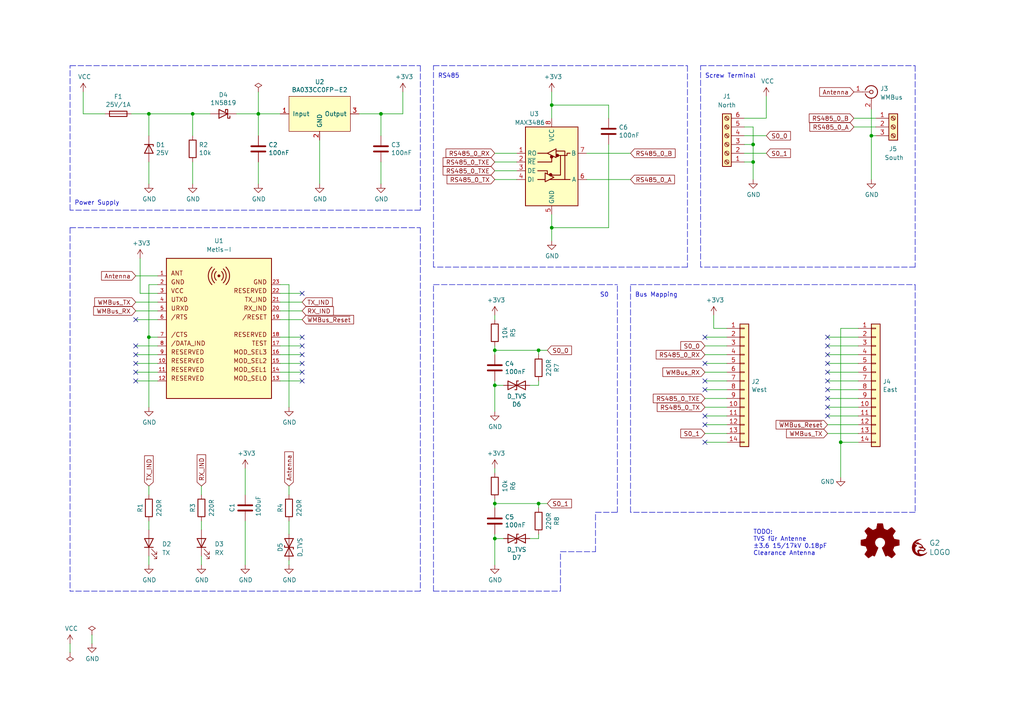
<source format=kicad_sch>
(kicad_sch (version 20211123) (generator eeschema)
  (paper "A4")
  (title_block (title "Inoa Satellite WMBus Module") (date "2023-12-08") (rev "2.0") (company "GrayC GmbH") (comment 1 "Fabian Schlegel") (comment 3 "2x S0, 1x RS485, 1x WMBus") (comment 4 "WMBus Metering Module for Satellite"))
  (lib_symbols
    (symbol "BA033CC0FP-E2:BA033CC0FP-E2" (pin_names (offset 1.016))
      (property "Reference" "U" (at 0 8.89 0))
      (property "Value" "BA033CC0FP-E2" (at 0 6.35 0))
      (symbol "BA033CC0FP-E2_1_1"
        (pin power_in line (at -11.43 0 0) (length 2.54) (name "Input") (number "1"))
        (pin power_in line (at 0 -7.62 90) (length 2.54) (name "GND") (number "2"))
        (pin power_out line (at 11.43 0 180) (length 2.54) (name "Output") (number "3"))
      )
    )
    (symbol "Connector:Conn_Coaxial" (pin_names (offset 1.016) hide)
      (property "Reference" "J" (at 0.254 3.048 0))
      (property "Value" "Conn_Coaxial" (at 2.921 0 90))
      (symbol "Conn_Coaxial_1_1"
        (pin passive line (at -5.08 0 0) (length 2.54) (name "In") (number "1"))
        (pin passive line (at 0 -5.08 90) (length 2.54) (name "Ext") (number "2"))
      )
    )
    (symbol "Connector:Screw_Terminal_01x03" (pin_names (offset 1.016) hide)
      (property "Reference" "J" (at 0 5.08 0))
      (property "Value" "Screw_Terminal_01x03" (at 0 -5.08 0))
      (symbol "Screw_Terminal_01x03_1_1"
        (pin passive line (at -5.08 2.54 0) (length 3.81) (name "Pin_1") (number "1"))
        (pin passive line (at -5.08 0 0) (length 3.81) (name "Pin_2") (number "2"))
        (pin passive line (at -5.08 -2.54 0) (length 3.81) (name "Pin_3") (number "3"))
      )
    )
    (symbol "Connector:Screw_Terminal_01x06" (pin_names (offset 1.016) hide)
      (property "Reference" "J" (at 0 7.62 0))
      (property "Value" "Screw_Terminal_01x06" (at 0 -10.16 0))
      (symbol "Screw_Terminal_01x06_1_1"
        (pin passive line (at -5.08 5.08 0) (length 3.81) (name "Pin_1") (number "1"))
        (pin passive line (at -5.08 2.54 0) (length 3.81) (name "Pin_2") (number "2"))
        (pin passive line (at -5.08 0 0) (length 3.81) (name "Pin_3") (number "3"))
        (pin passive line (at -5.08 -2.54 0) (length 3.81) (name "Pin_4") (number "4"))
        (pin passive line (at -5.08 -5.08 0) (length 3.81) (name "Pin_5") (number "5"))
        (pin passive line (at -5.08 -7.62 0) (length 3.81) (name "Pin_6") (number "6"))
      )
    )
    (symbol "Connector_Generic:Conn_01x14" (pin_names (offset 1.016) hide)
      (property "Reference" "J" (at 0 17.78 0))
      (property "Value" "Conn_01x14" (at 0 -20.32 0))
      (symbol "Conn_01x14_1_1"
        (pin passive line (at -5.08 15.24 0) (length 3.81) (name "Pin_1") (number "1"))
        (pin passive line (at -5.08 -7.62 0) (length 3.81) (name "Pin_10") (number "10"))
        (pin passive line (at -5.08 -10.16 0) (length 3.81) (name "Pin_11") (number "11"))
        (pin passive line (at -5.08 -12.7 0) (length 3.81) (name "Pin_12") (number "12"))
        (pin passive line (at -5.08 -15.24 0) (length 3.81) (name "Pin_13") (number "13"))
        (pin passive line (at -5.08 -17.78 0) (length 3.81) (name "Pin_14") (number "14"))
        (pin passive line (at -5.08 12.7 0) (length 3.81) (name "Pin_2") (number "2"))
        (pin passive line (at -5.08 10.16 0) (length 3.81) (name "Pin_3") (number "3"))
        (pin passive line (at -5.08 7.62 0) (length 3.81) (name "Pin_4") (number "4"))
        (pin passive line (at -5.08 5.08 0) (length 3.81) (name "Pin_5") (number "5"))
        (pin passive line (at -5.08 2.54 0) (length 3.81) (name "Pin_6") (number "6"))
        (pin passive line (at -5.08 0 0) (length 3.81) (name "Pin_7") (number "7"))
        (pin passive line (at -5.08 -2.54 0) (length 3.81) (name "Pin_8") (number "8"))
        (pin passive line (at -5.08 -5.08 0) (length 3.81) (name "Pin_9") (number "9"))
      )
    )
    (symbol "Device:C" (pin_numbers hide) (pin_names (offset 0.254))
      (property "Reference" "C" (at 0.635 2.54 0))
      (property "Value" "C" (at 0.635 -2.54 0))
      (symbol "C_1_1"
        (pin passive line (at 0 3.81 270) (length 2.794) (name "~") (number "1"))
        (pin passive line (at 0 -3.81 90) (length 2.794) (name "~") (number "2"))
      )
    )
    (symbol "Device:D_TVS" (pin_numbers hide) (pin_names (offset 1.016) hide)
      (property "Reference" "D" (at 0 2.54 0))
      (property "Value" "D_TVS" (at 0 -2.54 0))
      (symbol "D_TVS_1_1"
        (pin passive line (at -3.81 0 0) (length 2.54) (name "A1") (number "1"))
        (pin passive line (at 3.81 0 180) (length 2.54) (name "A2") (number "2"))
      )
    )
    (symbol "Device:D_Zener" (pin_numbers hide) (pin_names (offset 1.016) hide)
      (property "Reference" "D" (at 0 2.54 0))
      (property "Value" "D_Zener" (at 0 -2.54 0))
      (symbol "D_Zener_1_1"
        (pin passive line (at -3.81 0 0) (length 2.54) (name "K") (number "1"))
        (pin passive line (at 3.81 0 180) (length 2.54) (name "A") (number "2"))
      )
    )
    (symbol "Device:Fuse" (pin_numbers hide) (pin_names (offset 0))
      (property "Reference" "F" (at 2.032 0 90))
      (property "Value" "Fuse" (at -1.905 0 90))
      (symbol "Fuse_1_1"
        (pin passive line (at 0 3.81 270) (length 1.27) (name "~") (number "1"))
        (pin passive line (at 0 -3.81 90) (length 1.27) (name "~") (number "2"))
      )
    )
    (symbol "Device:LED" (pin_numbers hide) (pin_names (offset 1.016) hide)
      (property "Reference" "D" (at 0 2.54 0))
      (property "Value" "LED" (at 0 -2.54 0))
      (symbol "LED_1_1"
        (pin passive line (at -3.81 0 0) (length 2.54) (name "K") (number "1"))
        (pin passive line (at 3.81 0 180) (length 2.54) (name "A") (number "2"))
      )
    )
    (symbol "Device:R" (pin_numbers hide) (pin_names (offset 0))
      (property "Reference" "R" (at 2.032 0 90))
      (property "Value" "R" (at 0 0 90))
      (symbol "R_1_1"
        (pin passive line (at 0 3.81 270) (length 1.27) (name "~") (number "1"))
        (pin passive line (at 0 -3.81 90) (length 1.27) (name "~") (number "2"))
      )
    )
    (symbol "Diode:1N5819" (pin_numbers hide) (pin_names (offset 1.016) hide)
      (property "Reference" "D" (at 0 2.54 0))
      (property "Value" "1N5819" (at 0 -2.54 0))
      (symbol "1N5819_1_1"
        (pin passive line (at -3.81 0 0) (length 2.54) (name "K") (number "1"))
        (pin passive line (at 3.81 0 180) (length 2.54) (name "A") (number "2"))
      )
    )
    (symbol "Graphic:Logo_Open_Hardware_Small" (pin_names (offset 1.016)))
    (symbol "Interface_UART:MAX3486"
      (property "Reference" "U" (at -6.096 11.43 0))
      (property "Value" "MAX3486" (at 0.762 11.43 0))
      (symbol "MAX3486_1_1"
        (pin output line (at -10.16 2.54 0) (length 2.54) (name "RO") (number "1"))
        (pin input line (at -10.16 0 0) (length 2.54) (name "~{RE}") (number "2"))
        (pin input line (at -10.16 -2.54 0) (length 2.54) (name "DE") (number "3"))
        (pin input line (at -10.16 -5.08 0) (length 2.54) (name "DI") (number "4"))
        (pin power_in line (at 0 -15.24 90) (length 2.54) (name "GND") (number "5"))
        (pin bidirectional line (at 10.16 -5.08 180) (length 2.54) (name "A") (number "6"))
        (pin bidirectional line (at 10.16 2.54 180) (length 2.54) (name "B") (number "7"))
        (pin power_in line (at 0 12.7 270) (length 2.54) (name "VCC") (number "8"))
      )
    )
    (symbol "WIRL-WMB1_2607011113000:WIRL-WMB1_2607011113000" (pin_names (offset 1.016))
      (property "Reference" "MOD" (at 15.24 -22.86 0))
      (property "Value" "WIRL-WMB1_2607011113000" (at -15.24 22.86 0))
      (symbol "WIRL-WMB1_2607011113000_0_0"
        (text "/CTS" (at -13.97 -2.54 0) (effects (font (size 1.27 1.27)) (justify left bottom)))
        (text "/DATA_IND" (at -13.97 -5.08 0) (effects (font (size 1.27 1.27)) (justify left bottom)))
        (text "/RESET" (at 13.97 2.54 0) (effects (font (size 1.27 1.27)) (justify right bottom)))
        (text "/RTS" (at -13.97 2.54 0) (effects (font (size 1.27 1.27)) (justify left bottom)))
        (text "ANT" (at -13.97 15.24 0) (effects (font (size 1.27 1.27)) (justify left bottom)))
        (text "GND" (at -13.97 12.7 0) (effects (font (size 1.27 1.27)) (justify left bottom)))
        (text "GND" (at 13.97 12.7 0) (effects (font (size 1.27 1.27)) (justify right bottom)))
        (text "MOD_SEL0" (at 13.97 -15.24 0) (effects (font (size 1.27 1.27)) (justify right bottom)))
        (text "MOD_SEL1" (at 13.97 -12.7 0) (effects (font (size 1.27 1.27)) (justify right bottom)))
        (text "MOD_SEL2" (at 13.97 -10.16 0) (effects (font (size 1.27 1.27)) (justify right bottom)))
        (text "MOD_SEL3" (at 13.97 -7.62 0) (effects (font (size 1.27 1.27)) (justify right bottom)))
        (text "RESERVED" (at -13.97 -15.24 0) (effects (font (size 1.27 1.27)) (justify left bottom)))
        (text "RESERVED" (at -13.97 -12.7 0) (effects (font (size 1.27 1.27)) (justify left bottom)))
        (text "RESERVED" (at -13.97 -10.16 0) (effects (font (size 1.27 1.27)) (justify left bottom)))
        (text "RESERVED" (at -13.97 -7.62 0) (effects (font (size 1.27 1.27)) (justify left bottom)))
        (text "RESERVED" (at 13.97 -2.54 0) (effects (font (size 1.27 1.27)) (justify right bottom)))
        (text "RESERVED" (at 13.97 10.16 0) (effects (font (size 1.27 1.27)) (justify right bottom)))
        (text "RX_IND" (at 13.97 5.08 0) (effects (font (size 1.27 1.27)) (justify right bottom)))
        (text "TEST" (at 13.97 -5.08 0) (effects (font (size 1.27 1.27)) (justify right bottom)))
        (text "TX_IND" (at 13.97 7.62 0) (effects (font (size 1.27 1.27)) (justify right bottom)))
        (text "URXD" (at -13.97 5.08 0) (effects (font (size 1.27 1.27)) (justify left bottom)))
        (text "UTXD" (at -13.97 7.62 0) (effects (font (size 1.27 1.27)) (justify left bottom)))
        (text "VCC" (at -13.97 10.16 0) (effects (font (size 1.27 1.27)) (justify left bottom)))
        (pin passive line (at -17.78 15.24 0) (length 2.54) (name "~") (number "1"))
        (pin passive line (at -17.78 -10.16 0) (length 2.54) (name "~") (number "10"))
        (pin passive line (at -17.78 -12.7 0) (length 2.54) (name "~") (number "11"))
        (pin passive line (at -17.78 -15.24 0) (length 2.54) (name "~") (number "12"))
        (pin input line (at 17.78 -15.24 180) (length 2.54) (name "~") (number "13"))
        (pin input line (at 17.78 -12.7 180) (length 2.54) (name "~") (number "14"))
        (pin input line (at 17.78 -10.16 180) (length 2.54) (name "~") (number "15"))
        (pin input line (at 17.78 -7.62 180) (length 2.54) (name "~") (number "16"))
        (pin passive line (at 17.78 -5.08 180) (length 2.54) (name "~") (number "17"))
        (pin passive line (at 17.78 -2.54 180) (length 2.54) (name "~") (number "18"))
        (pin input line (at 17.78 2.54 180) (length 2.54) (name "~") (number "19"))
        (pin passive line (at -17.78 12.7 0) (length 2.54) (name "~") (number "2"))
        (pin output line (at 17.78 5.08 180) (length 2.54) (name "~") (number "20"))
        (pin output line (at 17.78 7.62 180) (length 2.54) (name "~") (number "21"))
        (pin passive line (at 17.78 10.16 180) (length 2.54) (name "~") (number "22"))
        (pin passive line (at 17.78 12.7 180) (length 2.54) (name "~") (number "23"))
        (pin passive line (at -17.78 10.16 0) (length 2.54) (name "~") (number "3"))
        (pin output line (at -17.78 7.62 0) (length 2.54) (name "~") (number "4"))
        (pin input line (at -17.78 5.08 0) (length 2.54) (name "~") (number "5"))
        (pin output line (at -17.78 2.54 0) (length 2.54) (name "~") (number "6"))
        (pin input line (at -17.78 -2.54 0) (length 2.54) (name "~") (number "7"))
        (pin output line (at -17.78 -5.08 0) (length 2.54) (name "~") (number "8"))
        (pin passive line (at -17.78 -7.62 0) (length 2.54) (name "~") (number "9"))
      )
    )
    (symbol "grayc-logo-negative:LOGO" (pin_names (offset 1.016)))
    (symbol "power:+3V3" (power) (pin_names (offset 0))
      (property "Value" "+3V3" (at 0 3.556 0))
      (symbol "+3V3_1_1"
        (pin power_in line (at 0 0 90) (length 0) hide (name "+3V3") (number "1"))
      )
    )
    (symbol "power:GND" (power) (pin_names (offset 0))
      (property "Value" "GND" (at 0 -3.81 0))
      (symbol "GND_1_1"
        (pin power_in line (at 0 0 270) (length 0) hide (name "GND") (number "1"))
      )
    )
    (symbol "power:PWR_FLAG" (power) (pin_numbers hide) (pin_names (offset 0) hide)
      (property "Value" "PWR_FLAG" (at 0 3.81 0))
      (symbol "PWR_FLAG_0_0"
        (pin power_out line (at 0 0 90) (length 0) (name "pwr") (number "1"))
      )
    )
    (symbol "power:VCC" (power) (pin_names (offset 0))
      (property "Value" "VCC" (at 0 3.81 0))
      (symbol "VCC_1_1"
        (pin power_in line (at 0 0 90) (length 0) hide (name "VCC") (number "1"))
      )
    )
  )
  (junction (at 243.84 128.27))
  (junction (at 143.51 101.6))
  (junction (at 110.49 33.02))
  (junction (at 55.88 33.02))
  (junction (at 156.21 101.6))
  (junction (at 43.18 97.79))
  (junction (at 160.02 66.04))
  (junction (at 143.51 156.21))
  (junction (at 143.51 146.05))
  (junction (at 218.44 41.91))
  (junction (at 252.73 39.37))
  (junction (at 218.44 46.99))
  (junction (at 156.21 146.05))
  (junction (at 43.18 33.02))
  (junction (at 74.93 33.02))
  (junction (at 143.51 111.76))
  (junction (at 160.02 30.48))
  (no_connect (at 204.47 110.49))
  (no_connect (at 240.03 110.49))
  (no_connect (at 204.47 113.03))
  (no_connect (at 39.37 100.33))
  (no_connect (at 39.37 92.71))
  (no_connect (at 240.03 100.33))
  (no_connect (at 240.03 107.95))
  (no_connect (at 204.47 105.41))
  (no_connect (at 240.03 102.87))
  (no_connect (at 240.03 105.41))
  (no_connect (at 240.03 118.11))
  (no_connect (at 204.47 120.65))
  (no_connect (at 204.47 128.27))
  (no_connect (at 204.47 123.19))
  (no_connect (at 240.03 120.65))
  (no_connect (at 240.03 115.57))
  (no_connect (at 204.47 97.79))
  (no_connect (at 87.63 85.09))
  (no_connect (at 87.63 97.79))
  (no_connect (at 39.37 107.95))
  (no_connect (at 39.37 110.49))
  (no_connect (at 87.63 105.41))
  (no_connect (at 87.63 107.95))
  (no_connect (at 87.63 110.49))
  (no_connect (at 87.63 100.33))
  (no_connect (at 87.63 102.87))
  (no_connect (at 39.37 102.87))
  (no_connect (at 39.37 105.41))
  (no_connect (at 240.03 97.79))
  (no_connect (at 240.03 113.03))
  (wire (pts (xy 240.03 123.19) (xy 248.92 123.19)))
  (polyline (pts (xy 182.88 148.59) (xy 182.88 82.55)))
  (wire (pts (xy 143.51 100.33) (xy 143.51 101.6)))
  (polyline (pts (xy 265.43 148.59) (xy 182.88 148.59)))
  (wire (pts (xy 215.9 36.83) (xy 218.44 36.83)))
  (wire (pts (xy 252.73 31.75) (xy 252.73 39.37)))
  (wire (pts (xy 240.03 125.73) (xy 248.92 125.73)))
  (wire (pts (xy 43.18 140.97) (xy 43.18 143.51)))
  (wire (pts (xy 143.51 49.53) (xy 149.86 49.53)))
  (wire (pts (xy 243.84 95.25) (xy 243.84 128.27)))
  (wire (pts (xy 24.13 33.02) (xy 30.48 33.02)))
  (wire (pts (xy 240.03 118.11) (xy 248.92 118.11)))
  (wire (pts (xy 143.51 135.89) (xy 143.51 137.16)))
  (wire (pts (xy 39.37 90.17) (xy 45.72 90.17)))
  (wire (pts (xy 215.9 44.45) (xy 222.25 44.45)))
  (polyline (pts (xy 125.73 82.55) (xy 179.07 82.55)))
  (polyline (pts (xy 172.72 148.59) (xy 179.07 148.59)))
  (polyline (pts (xy 162.56 160.02) (xy 172.72 160.02)))
  (wire (pts (xy 143.51 101.6) (xy 156.21 101.6)))
  (wire (pts (xy 176.53 66.04) (xy 176.53 41.91)))
  (wire (pts (xy 39.37 105.41) (xy 45.72 105.41)))
  (wire (pts (xy 240.03 100.33) (xy 248.92 100.33)))
  (wire (pts (xy 254 36.83) (xy 247.65 36.83)))
  (wire (pts (xy 81.28 87.63) (xy 87.63 87.63)))
  (wire (pts (xy 20.32 186.69) (xy 20.32 189.23)))
  (wire (pts (xy 240.03 102.87) (xy 248.92 102.87)))
  (wire (pts (xy 110.49 46.99) (xy 110.49 53.34)))
  (wire (pts (xy 204.47 125.73) (xy 210.82 125.73)))
  (wire (pts (xy 81.28 97.79) (xy 87.63 97.79)))
  (wire (pts (xy 215.9 41.91) (xy 218.44 41.91)))
  (polyline (pts (xy 125.73 19.05) (xy 199.39 19.05)))
  (wire (pts (xy 176.53 34.29) (xy 176.53 30.48)))
  (wire (pts (xy 74.93 33.02) (xy 81.28 33.02)))
  (wire (pts (xy 170.18 44.45) (xy 182.88 44.45)))
  (wire (pts (xy 156.21 147.32) (xy 156.21 146.05)))
  (wire (pts (xy 143.51 111.76) (xy 146.05 111.76)))
  (polyline (pts (xy 265.43 19.05) (xy 265.43 77.47)))
  (wire (pts (xy 81.28 90.17) (xy 87.63 90.17)))
  (wire (pts (xy 43.18 97.79) (xy 45.72 97.79)))
  (polyline (pts (xy 172.72 160.02) (xy 172.72 148.59)))
  (wire (pts (xy 71.12 135.89) (xy 71.12 143.51)))
  (wire (pts (xy 74.93 26.67) (xy 74.93 33.02)))
  (polyline (pts (xy 125.73 171.45) (xy 162.56 171.45)))
  (wire (pts (xy 143.51 52.07) (xy 149.86 52.07)))
  (wire (pts (xy 55.88 33.02) (xy 60.96 33.02)))
  (wire (pts (xy 55.88 39.37) (xy 55.88 33.02)))
  (polyline (pts (xy 162.56 171.45) (xy 162.56 160.02)))
  (wire (pts (xy 83.82 151.13) (xy 83.82 154.94)))
  (wire (pts (xy 240.03 113.03) (xy 248.92 113.03)))
  (wire (pts (xy 43.18 33.02) (xy 55.88 33.02)))
  (wire (pts (xy 176.53 30.48) (xy 160.02 30.48)))
  (wire (pts (xy 143.51 154.94) (xy 143.51 156.21)))
  (wire (pts (xy 149.86 46.99) (xy 143.51 46.99)))
  (polyline (pts (xy 265.43 77.47) (xy 203.2 77.47)))
  (polyline (pts (xy 182.88 82.55) (xy 265.43 82.55)))
  (wire (pts (xy 81.28 100.33) (xy 87.63 100.33)))
  (wire (pts (xy 74.93 46.99) (xy 74.93 53.34)))
  (wire (pts (xy 43.18 46.99) (xy 43.18 53.34)))
  (wire (pts (xy 26.67 184.15) (xy 26.67 186.69)))
  (wire (pts (xy 143.51 110.49) (xy 143.51 111.76)))
  (polyline (pts (xy 203.2 19.05) (xy 265.43 19.05)))
  (polyline (pts (xy 20.32 19.05) (xy 121.92 19.05)))
  (wire (pts (xy 240.03 107.95) (xy 248.92 107.95)))
  (wire (pts (xy 218.44 46.99) (xy 218.44 52.07)))
  (wire (pts (xy 38.1 33.02) (xy 43.18 33.02)))
  (wire (pts (xy 160.02 66.04) (xy 176.53 66.04)))
  (wire (pts (xy 204.47 97.79) (xy 210.82 97.79)))
  (wire (pts (xy 92.71 53.34) (xy 92.71 40.64)))
  (wire (pts (xy 204.47 102.87) (xy 210.82 102.87)))
  (wire (pts (xy 243.84 128.27) (xy 248.92 128.27)))
  (wire (pts (xy 182.88 52.07) (xy 170.18 52.07)))
  (wire (pts (xy 143.51 163.83) (xy 143.51 156.21)))
  (wire (pts (xy 218.44 36.83) (xy 218.44 41.91)))
  (polyline (pts (xy 125.73 171.45) (xy 125.73 82.55)))
  (wire (pts (xy 243.84 128.27) (xy 243.84 138.43)))
  (polyline (pts (xy 203.2 77.47) (xy 203.2 19.05)))
  (polyline (pts (xy 265.43 82.55) (xy 265.43 148.59)))
  (wire (pts (xy 81.28 110.49) (xy 87.63 110.49)))
  (wire (pts (xy 143.51 144.78) (xy 143.51 146.05)))
  (wire (pts (xy 39.37 110.49) (xy 45.72 110.49)))
  (wire (pts (xy 39.37 100.33) (xy 45.72 100.33)))
  (wire (pts (xy 39.37 80.01) (xy 45.72 80.01)))
  (wire (pts (xy 39.37 92.71) (xy 45.72 92.71)))
  (wire (pts (xy 218.44 41.91) (xy 218.44 46.99)))
  (wire (pts (xy 143.51 44.45) (xy 149.86 44.45)))
  (wire (pts (xy 204.47 118.11) (xy 210.82 118.11)))
  (wire (pts (xy 143.51 146.05) (xy 156.21 146.05)))
  (wire (pts (xy 156.21 146.05) (xy 158.75 146.05)))
  (polyline (pts (xy 125.73 77.47) (xy 125.73 19.05)))
  (wire (pts (xy 204.47 120.65) (xy 210.82 120.65)))
  (wire (pts (xy 156.21 101.6) (xy 158.75 101.6)))
  (wire (pts (xy 204.47 123.19) (xy 210.82 123.19)))
  (polyline (pts (xy 121.92 19.05) (xy 121.92 60.96)))
  (polyline (pts (xy 121.92 60.96) (xy 20.32 60.96)))
  (wire (pts (xy 160.02 26.67) (xy 160.02 30.48)))
  (wire (pts (xy 104.14 33.02) (xy 110.49 33.02)))
  (polyline (pts (xy 199.39 77.47) (xy 125.73 77.47)))
  (wire (pts (xy 143.51 156.21) (xy 146.05 156.21)))
  (wire (pts (xy 143.51 101.6) (xy 143.51 102.87)))
  (wire (pts (xy 43.18 82.55) (xy 43.18 97.79)))
  (wire (pts (xy 156.21 111.76) (xy 153.67 111.76)))
  (wire (pts (xy 207.01 91.44) (xy 207.01 95.25)))
  (wire (pts (xy 243.84 95.25) (xy 248.92 95.25)))
  (wire (pts (xy 40.64 74.93) (xy 40.64 85.09)))
  (wire (pts (xy 81.28 107.95) (xy 87.63 107.95)))
  (wire (pts (xy 43.18 97.79) (xy 43.18 118.11)))
  (wire (pts (xy 24.13 26.67) (xy 24.13 33.02)))
  (wire (pts (xy 222.25 27.94) (xy 222.25 34.29)))
  (wire (pts (xy 156.21 156.21) (xy 156.21 154.94)))
  (wire (pts (xy 74.93 39.37) (xy 74.93 33.02)))
  (wire (pts (xy 143.51 119.38) (xy 143.51 111.76)))
  (wire (pts (xy 204.47 115.57) (xy 210.82 115.57)))
  (polyline (pts (xy 20.32 66.04) (xy 20.32 171.45)))
  (wire (pts (xy 240.03 97.79) (xy 248.92 97.79)))
  (polyline (pts (xy 199.39 19.05) (xy 199.39 77.47)))
  (wire (pts (xy 83.82 140.97) (xy 83.82 143.51)))
  (wire (pts (xy 240.03 110.49) (xy 248.92 110.49)))
  (wire (pts (xy 81.28 102.87) (xy 87.63 102.87)))
  (wire (pts (xy 116.84 33.02) (xy 116.84 26.67)))
  (wire (pts (xy 240.03 120.65) (xy 248.92 120.65)))
  (wire (pts (xy 43.18 161.29) (xy 43.18 163.83)))
  (wire (pts (xy 204.47 113.03) (xy 210.82 113.03)))
  (wire (pts (xy 160.02 66.04) (xy 160.02 69.85)))
  (wire (pts (xy 83.82 82.55) (xy 83.82 118.11)))
  (wire (pts (xy 40.64 85.09) (xy 45.72 85.09)))
  (polyline (pts (xy 179.07 148.59) (xy 179.07 82.55)))
  (polyline (pts (xy 20.32 60.96) (xy 20.32 19.05)))
  (wire (pts (xy 240.03 115.57) (xy 248.92 115.57)))
  (wire (pts (xy 207.01 95.25) (xy 210.82 95.25)))
  (wire (pts (xy 43.18 39.37) (xy 43.18 33.02)))
  (wire (pts (xy 215.9 46.99) (xy 218.44 46.99)))
  (wire (pts (xy 45.72 82.55) (xy 43.18 82.55)))
  (wire (pts (xy 156.21 110.49) (xy 156.21 111.76)))
  (wire (pts (xy 81.28 105.41) (xy 87.63 105.41)))
  (wire (pts (xy 39.37 102.87) (xy 45.72 102.87)))
  (wire (pts (xy 55.88 53.34) (xy 55.88 46.99)))
  (wire (pts (xy 58.42 140.97) (xy 58.42 143.51)))
  (wire (pts (xy 160.02 30.48) (xy 160.02 34.29)))
  (wire (pts (xy 252.73 39.37) (xy 252.73 52.07)))
  (wire (pts (xy 43.18 151.13) (xy 43.18 153.67)))
  (wire (pts (xy 204.47 128.27) (xy 210.82 128.27)))
  (wire (pts (xy 68.58 33.02) (xy 74.93 33.02)))
  (wire (pts (xy 143.51 146.05) (xy 143.51 147.32)))
  (wire (pts (xy 110.49 33.02) (xy 116.84 33.02)))
  (wire (pts (xy 81.28 85.09) (xy 87.63 85.09)))
  (polyline (pts (xy 20.32 66.04) (xy 121.92 66.04)))
  (wire (pts (xy 71.12 151.13) (xy 71.12 163.83)))
  (wire (pts (xy 204.47 110.49) (xy 210.82 110.49)))
  (wire (pts (xy 143.51 91.44) (xy 143.51 92.71)))
  (wire (pts (xy 110.49 33.02) (xy 110.49 39.37)))
  (wire (pts (xy 39.37 107.95) (xy 45.72 107.95)))
  (wire (pts (xy 240.03 105.41) (xy 248.92 105.41)))
  (wire (pts (xy 252.73 39.37) (xy 254 39.37)))
  (wire (pts (xy 215.9 39.37) (xy 222.25 39.37)))
  (wire (pts (xy 247.65 34.29) (xy 254 34.29)))
  (wire (pts (xy 215.9 34.29) (xy 222.25 34.29)))
  (wire (pts (xy 204.47 107.95) (xy 210.82 107.95)))
  (wire (pts (xy 58.42 161.29) (xy 58.42 163.83)))
  (wire (pts (xy 204.47 105.41) (xy 210.82 105.41)))
  (wire (pts (xy 153.67 156.21) (xy 156.21 156.21)))
  (wire (pts (xy 81.28 82.55) (xy 83.82 82.55)))
  (wire (pts (xy 83.82 162.56) (xy 83.82 163.83)))
  (wire (pts (xy 39.37 87.63) (xy 45.72 87.63)))
  (polyline (pts (xy 121.92 66.04) (xy 121.92 171.45)))
  (wire (pts (xy 204.47 100.33) (xy 210.82 100.33)))
  (wire (pts (xy 58.42 151.13) (xy 58.42 153.67)))
  (polyline (pts (xy 121.92 171.45) (xy 20.32 171.45)))
  (wire (pts (xy 81.28 92.71) (xy 87.63 92.71)))
  (wire (pts (xy 160.02 62.23) (xy 160.02 66.04)))
  (wire (pts (xy 156.21 102.87) (xy 156.21 101.6)))
  (text "TODO:\nTVS für Antenne\n±3.6 15/17kV 0.18pF\nClearance Antenna" (at 218.44 161.29 0) (effects (font (size 1.27 1.27)) (justify left bottom)))
  (text "Bus Mapping" (at 184.15 86.36 0) (effects (font (size 1.27 1.27)) (justify left bottom)))
  (text "S0" (at 173.99 86.36 0) (effects (font (size 1.27 1.27)) (justify left bottom)))
  (text "RS485" (at 127 22.86 0) (effects (font (size 1.27 1.27)) (justify left bottom)))
  (text "Power Supply" (at 21.59 59.69 0) (effects (font (size 1.27 1.27)) (justify left bottom)))
  (text "Screw Terminal" (at 204.47 22.86 0) (effects (font (size 1.27 1.27)) (justify left bottom)))
  (global_label "RS485_0_RX" (shape input) (at 204.47 102.87 180) (property "Intersheet References" "${INTERSHEET_REFS}" (effects hide)))
  (global_label "RS485_0_A" (shape input) (at 182.88 52.07 0) (property "Intersheet References" "${INTERSHEET_REFS}" (effects hide)))
  (global_label "RS485_0_TXE" (shape input) (at 204.47 115.57 180) (property "Intersheet References" "${INTERSHEET_REFS}" (effects hide)))
  (global_label "S0_0" (shape input) (at 204.47 100.33 180) (property "Intersheet References" "${INTERSHEET_REFS}" (effects hide)))
  (global_label "TX_IND" (shape input) (at 87.63 87.63 0) (property "Intersheet References" "${INTERSHEET_REFS}" (effects hide)))
  (global_label "S0_1" (shape input) (at 204.47 125.73 180) (property "Intersheet References" "${INTERSHEET_REFS}" (effects hide)))
  (global_label "RS485_0_B" (shape input) (at 247.65 34.29 180) (property "Intersheet References" "${INTERSHEET_REFS}" (effects hide)))
  (global_label "Antenna" (shape input) (at 39.37 80.01 180) (property "Intersheet References" "${INTERSHEET_REFS}" (effects hide)))
  (global_label "WMBus_RX" (shape input) (at 39.37 90.17 180) (property "Intersheet References" "${INTERSHEET_REFS}" (effects hide)))
  (global_label "RS485_0_RX" (shape input) (at 143.51 44.45 180) (property "Intersheet References" "${INTERSHEET_REFS}" (effects hide)))
  (global_label "RS485_0_B" (shape input) (at 182.88 44.45 0) (property "Intersheet References" "${INTERSHEET_REFS}" (effects hide)))
  (global_label "WMBus_RX" (shape input) (at 204.47 107.95 180) (property "Intersheet References" "${INTERSHEET_REFS}" (effects hide)))
  (global_label "WMBus_TX" (shape input) (at 39.37 87.63 180) (property "Intersheet References" "${INTERSHEET_REFS}" (effects hide)))
  (global_label "RS485_0_TX" (shape input) (at 143.51 52.07 180) (property "Intersheet References" "${INTERSHEET_REFS}" (effects hide)))
  (global_label "RS485_0_TXE" (shape input) (at 143.51 46.99 180) (property "Intersheet References" "${INTERSHEET_REFS}" (effects hide)))
  (global_label "Antenna" (shape input) (at 83.82 140.97 90) (property "Intersheet References" "${INTERSHEET_REFS}" (effects hide)))
  (global_label "S0_0" (shape input) (at 222.25 39.37 0) (property "Intersheet References" "${INTERSHEET_REFS}" (effects hide)))
  (global_label "~{WMBus_Reset}" (shape input) (at 87.63 92.71 0) (property "Intersheet References" "${INTERSHEET_REFS}" (effects hide)))
  (global_label "~{WMBus_Reset}" (shape input) (at 240.03 123.19 180) (property "Intersheet References" "${INTERSHEET_REFS}" (effects hide)))
  (global_label "RS485_0_TX" (shape input) (at 204.47 118.11 180) (property "Intersheet References" "${INTERSHEET_REFS}" (effects hide)))
  (global_label "S0_1" (shape input) (at 222.25 44.45 0) (property "Intersheet References" "${INTERSHEET_REFS}" (effects hide)))
  (global_label "S0_0" (shape input) (at 158.75 101.6 0) (property "Intersheet References" "${INTERSHEET_REFS}" (effects hide)))
  (global_label "RS485_0_TXE" (shape input) (at 143.51 49.53 180) (property "Intersheet References" "${INTERSHEET_REFS}" (effects hide)))
  (global_label "Antenna" (shape input) (at 247.65 26.67 180) (property "Intersheet References" "${INTERSHEET_REFS}" (effects hide)))
  (global_label "TX_IND" (shape input) (at 43.18 140.97 90) (property "Intersheet References" "${INTERSHEET_REFS}" (effects hide)))
  (global_label "RX_IND" (shape input) (at 58.42 140.97 90) (property "Intersheet References" "${INTERSHEET_REFS}" (effects hide)))
  (global_label "RX_IND" (shape input) (at 87.63 90.17 0) (property "Intersheet References" "${INTERSHEET_REFS}" (effects hide)))
  (global_label "RS485_0_A" (shape input) (at 247.65 36.83 180) (property "Intersheet References" "${INTERSHEET_REFS}" (effects hide)))
  (global_label "S0_1" (shape input) (at 158.75 146.05 0) (property "Intersheet References" "${INTERSHEET_REFS}" (effects hide)))
  (global_label "WMBus_TX" (shape input) (at 240.03 125.73 180) (property "Intersheet References" "${INTERSHEET_REFS}" (effects hide)))
  (symbol (lib_id "Connector_Generic:Conn_01x14") (at 254 110.49 0) (unit 1)
    (property "Reference" "J4" (at 256.032 110.6932 0) (effects (justify left)))
    (property "Value" "East" (at 256.032 113.0046 0) (effects (justify left)))
    (property "Footprint" "Connector_PinHeader_2.54mm:PinHeader_1x14_P2.54mm_Vertical" (effects hide))
    (property "Price" "0.45" (effects hide))
    (property "Product" "https://www.mouser.de/ProductDetail/Harwin/M20-9991446" (effects hide))
    (property "manf#" "M20-9991446" (effects hide))
    (property "mouser#" "855-M20-9991446" (effects hide))
  )
  (symbol (lib_id "power:GND") (at 43.18 53.34 0) (unit 1)
    (property "Reference" "#PWR05" (effects hide))
    (property "Value" "GND" (at 43.307 57.7342 0))
  )
  (symbol (lib_id "Device:Fuse") (at 34.29 33.02 270) (unit 1)
    (property "Reference" "F1" (at 34.29 28.0162 90))
    (property "Value" "25V/1A" (at 34.29 30.3276 90))
    (property "Footprint" "Fuse:Fuse_1206_3216Metric_Pad1.42x1.75mm_HandSolder" (effects hide))
    (property "Price" "0.93" (effects hide))
    (property "Product" "https://www.mouser.de/ProductDetail/Bourns/SF-1206HIA100M-2" (effects hide))
    (property "manf#" "TR/3216FF1-R" (effects hide))
    (property "mouser#" "504-TR/3216FF1-R" (effects hide))
  )
  (symbol (lib_id "Device:C") (at 71.12 147.32 0) (unit 1)
    (property "Reference" "C1" (at 67.31 148.59 90) (effects (justify left)))
    (property "Value" "100uF" (at 74.93 149.86 90) (effects (justify left)))
    (property "Footprint" "Capacitor_SMD:C_1206_3216Metric_Pad1.33x1.80mm_HandSolder" (effects hide))
  )
  (symbol (lib_id "Interface_UART:MAX3486") (at 160.02 46.99 0) (unit 1)
    (property "Reference" "U3" (at 154.94 33.02 0))
    (property "Value" "MAX3486" (at 153.67 35.56 0))
    (property "Footprint" "Package_SO:SOIC-8_3.9x4.9mm_P1.27mm" (effects hide))
    (property "Datasheet" "https://datasheets.maximintegrated.com/en/ds/MAX3483-MAX3491.pdf" (effects hide))
    (property "Price" "3.71" (effects hide))
    (property "Product" "https://www.mouser.de/ProductDetail/Maxim-Integrated/MAX3486ECSA%2b?qs=LHmEVA8xxfYujvexFFcA7w%3D%3D" (effects hide))
    (property "manf#" "MAX3486EESA+" (effects hide))
    (property "mouser#" "700-MAX3486EESA" (effects hide))
  )
  (symbol (lib_id "WIRL-WMB1_2607011113000:WIRL-WMB1_2607011113000") (at 63.5 95.25 0) (unit 1)
    (property "Reference" "U1" (at 63.5 69.85 0))
    (property "Value" "Metis-I" (at 63.5 72.39 0))
    (property "Footprint" "footprints:WE-FP-1" (effects hide))
    (property "NR" "2607011113000" (effects hide))
    (property "MANUFACTURER" "Würth Elektronik" (effects hide))
    (property "HEIGHT" "3.6mm" (effects hide))
    (property "manf#" "2607011113000" (effects hide))
  )
  (symbol (lib_id "Device:R") (at 43.18 147.32 180) (unit 1)
    (property "Reference" "R1" (at 40.64 147.32 90))
    (property "Value" "220R" (at 46.1264 147.32 90))
    (property "Footprint" "Resistor_SMD:R_1206_3216Metric_Pad1.30x1.75mm_HandSolder" (effects hide))
    (property "Price" "0.08" (effects hide))
    (property "Product" "https://www.mouser.de/ProductDetail/TE-Connectivity-Holsworthy/CRGCQ1206J220R" (effects hide))
    (property "manf#" "CR0603-FX-2200ELF" (effects hide))
    (property "mouser#" "652-CR0603FX-2200ELF" (effects hide))
  )
  (symbol (lib_id "grayc-logo-negative:LOGO") (at 266.7 158.75 0) (unit 1) (in_bom no)
    (property "Reference" "G2" (at 269.494 157.48 0) (effects (font (size 1.524 1.524)) (justify left)))
    (property "Value" "LOGO" (at 269.494 160.1724 0) (effects (font (size 1.524 1.524)) (justify left)))
    (property "Footprint" "images:grayc-logo-negative" (effects hide))
  )
  (symbol (lib_id "power:VCC") (at 20.32 186.69 0) (unit 1)
    (property "Reference" "#PWR01" (effects hide))
    (property "Value" "VCC" (at 20.701 182.2958 0))
  )
  (symbol (lib_id "power:+3V3") (at 40.64 74.93 0) (unit 1)
    (property "Reference" "#PWR04" (effects hide))
    (property "Value" "+3V3" (at 41.021 70.5358 0))
  )
  (symbol (lib_id "power:GND") (at 110.49 53.34 0) (unit 1)
    (property "Reference" "#PWR016" (effects hide))
    (property "Value" "GND" (at 110.617 57.7342 0))
  )
  (symbol (lib_id "power:GND") (at 83.82 118.11 0) (unit 1)
    (property "Reference" "#PWR013" (effects hide))
    (property "Value" "GND" (at 83.947 122.5042 0))
  )
  (symbol (lib_id "power:GND") (at 74.93 53.34 0) (unit 1)
    (property "Reference" "#PWR012" (effects hide))
    (property "Value" "GND" (at 75.057 57.7342 0))
  )
  (symbol (lib_id "Device:C") (at 110.49 43.18 0) (unit 1)
    (property "Reference" "C3" (at 113.411 42.0116 0) (effects (justify left)))
    (property "Value" "100nF" (at 113.411 44.323 0) (effects (justify left)))
    (property "Footprint" "Capacitor_SMD:C_1206_3216Metric_Pad1.33x1.80mm_HandSolder" (effects hide))
    (property "Price" "0.24" (effects hide))
    (property "Product" "https://www.mouser.de/ProductDetail/KEMET/C1206C104M6RACTU?qs=F5EMLAvA7IBTviv6fCZN3A%3D%3D" (effects hide))
    (property "manf#" "C1206C104M6RACTU" (effects hide))
    (property "mouser#" "80-C1206C104M6R" (effects hide))
  )
  (symbol (lib_id "power:+3V3") (at 143.51 135.89 0) (unit 1)
    (property "Reference" "#PWR020" (effects hide))
    (property "Value" "+3V3" (at 143.891 131.4958 0))
  )
  (symbol (lib_id "power:GND") (at 143.51 119.38 0) (unit 1)
    (property "Reference" "#PWR019" (effects hide))
    (property "Value" "GND" (at 143.637 123.7742 0))
  )
  (symbol (lib_id "Device:R") (at 156.21 151.13 180) (unit 1)
    (property "Reference" "R8" (at 161.4678 151.13 90))
    (property "Value" "220R" (at 159.1564 151.13 90))
    (property "Footprint" "Resistor_SMD:R_1206_3216Metric_Pad1.30x1.75mm_HandSolder" (effects hide))
    (property "Price" "0.08" (effects hide))
    (property "Product" "https://www.mouser.de/ProductDetail/TE-Connectivity-Holsworthy/CRGCQ1206J220R" (effects hide))
    (property "manf#" "CR0603-FX-2200ELF" (effects hide))
    (property "mouser#" "652-CR0603FX-2200ELF" (effects hide))
  )
  (symbol (lib_id "Device:R") (at 55.88 43.18 0) (unit 1)
    (property "Reference" "R2" (at 57.658 42.0116 0) (effects (justify left)))
    (property "Value" "10k" (at 57.658 44.323 0) (effects (justify left)))
    (property "Footprint" "Resistor_SMD:R_1206_3216Metric_Pad1.30x1.75mm_HandSolder" (effects hide))
    (property "Price" "0.08" (effects hide))
    (property "Product" "https://www.mouser.de/ProductDetail/Bourns/CR1206-JW-103ELF" (effects hide))
    (property "manf#" "CR1206-JW-103ELF" (effects hide))
    (property "mouser#" "652-CR1206JW-103ELF" (effects hide))
  )
  (symbol (lib_id "power:PWR_FLAG") (at 26.67 184.15 0) (unit 1)
    (property "Reference" "#FLG02" (effects hide))
    (property "Value" "PWR_FLAG" (effects hide))
  )
  (symbol (lib_id "Device:D_TVS") (at 149.86 111.76 180) (unit 1)
    (property "Reference" "D6" (at 149.86 117.2718 0))
    (property "Value" "D_TVS" (at 149.86 114.9604 0))
    (property "Footprint" "Diode_SMD:D_0603_1608Metric_Pad1.05x0.95mm_HandSolder" (effects hide))
    (property "Price" "0.32" (effects hide))
    (property "Product" "https://www.mouser.de/ProductDetail/Bourns/CG0603MLC-33LE?qs=m8myXnDJXpXlL5%252BDNWWe1g%3D%3D" (effects hide))
    (property "manf#" "CG0603MLC-3.3LE" (effects hide))
    (property "mouser#" "652-CG0603MLC-3.3LE" (effects hide))
  )
  (symbol (lib_id "power:+3V3") (at 143.51 91.44 0) (unit 1)
    (property "Reference" "#PWR018" (effects hide))
    (property "Value" "+3V3" (at 143.891 87.0458 0))
  )
  (symbol (lib_id "power:GND") (at 55.88 53.34 0) (unit 1)
    (property "Reference" "#PWR08" (effects hide))
    (property "Value" "GND" (at 56.007 57.7342 0))
  )
  (symbol (lib_id "Device:R") (at 83.82 147.32 180) (unit 1)
    (property "Reference" "R4" (at 81.28 147.32 90))
    (property "Value" "220R" (at 86.7664 147.32 90))
    (property "Footprint" "Resistor_SMD:R_1206_3216Metric_Pad1.30x1.75mm_HandSolder" (effects hide))
    (property "Price" "0.08" (effects hide))
    (property "Product" "https://www.mouser.de/ProductDetail/TE-Connectivity-Holsworthy/CRGCQ1206J220R" (effects hide))
    (property "manf#" "CR0603-FX-2200ELF" (effects hide))
    (property "mouser#" "652-CR0603FX-2200ELF" (effects hide))
  )
  (symbol (lib_id "Graphic:Logo_Open_Hardware_Small") (at 255.27 157.48 0) (unit 1) (in_bom no)
    (property "Reference" "G1" (effects hide))
    (property "Value" "Logo_Open_Hardware_Small" (effects hide))
    (property "Footprint" "Symbol:OSHW-Logo2_7.3x6mm_SilkScreen" (effects hide))
  )
  (symbol (lib_id "power:GND") (at 43.18 163.83 0) (unit 1)
    (property "Reference" "#PWR07" (effects hide))
    (property "Value" "GND" (at 43.307 168.2242 0))
  )
  (symbol (lib_id "power:VCC") (at 222.25 27.94 0) (unit 1)
    (property "Reference" "#PWR026" (effects hide))
    (property "Value" "VCC" (at 222.631 23.5458 0))
  )
  (symbol (lib_id "Device:R") (at 143.51 96.52 180) (unit 1)
    (property "Reference" "R5" (at 148.7678 96.52 90))
    (property "Value" "10k" (at 146.4564 96.52 90))
    (property "Footprint" "Resistor_SMD:R_1206_3216Metric_Pad1.30x1.75mm_HandSolder" (effects hide))
    (property "Price" "0.08" (effects hide))
    (property "Product" "https://www.mouser.de/ProductDetail/Bourns/CR1206-JW-103ELF" (effects hide))
    (property "manf#" "CR1206-JW-103ELF" (effects hide))
    (property "mouser#" "652-CR1206JW-103ELF" (effects hide))
  )
  (symbol (lib_id "power:GND") (at 252.73 52.07 0) (unit 1)
    (property "Reference" "#PWR028" (effects hide))
    (property "Value" "GND" (at 252.857 56.4642 0))
  )
  (symbol (lib_id "power:PWR_FLAG") (at 20.32 189.23 180) (unit 1)
    (property "Reference" "#FLG01" (effects hide))
    (property "Value" "PWR_FLAG" (effects hide))
  )
  (symbol (lib_id "Device:R") (at 58.42 147.32 180) (unit 1)
    (property "Reference" "R3" (at 55.88 147.32 90))
    (property "Value" "220R" (at 61.3664 147.32 90))
    (property "Footprint" "Resistor_SMD:R_1206_3216Metric_Pad1.30x1.75mm_HandSolder" (effects hide))
    (property "Price" "0.08" (effects hide))
    (property "Product" "https://www.mouser.de/ProductDetail/TE-Connectivity-Holsworthy/CRGCQ1206J220R" (effects hide))
    (property "manf#" "CR0603-FX-2200ELF" (effects hide))
    (property "mouser#" "652-CR0603FX-2200ELF" (effects hide))
  )
  (symbol (lib_id "power:PWR_FLAG") (at 74.93 26.67 0) (unit 1)
    (property "Reference" "#FLG03" (effects hide))
    (property "Value" "PWR_FLAG" (effects hide))
  )
  (symbol (lib_id "Diode:1N5819") (at 64.77 33.02 180) (unit 1)
    (property "Reference" "D4" (at 64.77 27.5082 0))
    (property "Value" "1N5819" (at 64.77 29.8196 0))
    (property "Footprint" "Diode_SMD:D_SOD-323_HandSoldering" (effects hide))
    (property "Datasheet" "http://www.vishay.com/docs/88525/1n5817.pdf" (effects hide))
    (property "Price" "0.25" (effects hide))
    (property "Product" "https://www.mouser.de/ProductDetail/Diodes-Incorporated/1N5819HW-7-F?qs=NQ47qNm99eDyWTEd07miYA%3D%3D" (effects hide))
    (property "manf#" "PMEG4010CEAX" (effects hide))
    (property "mouser#" "771-PMEG4010CEAX" (effects hide))
  )
  (symbol (lib_id "Device:C") (at 176.53 38.1 0) (unit 1)
    (property "Reference" "C6" (at 179.451 36.9316 0) (effects (justify left)))
    (property "Value" "100nF" (at 179.451 39.243 0) (effects (justify left)))
    (property "Footprint" "Capacitor_SMD:C_1206_3216Metric_Pad1.33x1.80mm_HandSolder" (effects hide))
    (property "Price" "0.24" (effects hide))
    (property "Product" "https://www.mouser.de/ProductDetail/KEMET/C1206C104M6RACTU?qs=F5EMLAvA7IBTviv6fCZN3A%3D%3D" (effects hide))
    (property "manf#" "C1206C104M6RACTU" (effects hide))
    (property "mouser#" "80-C1206C104M6R" (effects hide))
  )
  (symbol (lib_id "Device:C") (at 74.93 43.18 0) (unit 1)
    (property "Reference" "C2" (at 77.851 42.0116 0) (effects (justify left)))
    (property "Value" "100nF" (at 77.851 44.323 0) (effects (justify left)))
    (property "Footprint" "Capacitor_SMD:C_1206_3216Metric_Pad1.33x1.80mm_HandSolder" (effects hide))
    (property "Product" "https://www.mouser.de/ProductDetail/KEMET/C1206C104M6RACTU?qs=F5EMLAvA7IBTviv6fCZN3A%3D%3D" (effects hide))
    (property "Price" "0.24" (effects hide))
    (property "manf#" "C1206C104M6RACTU" (effects hide))
    (property "mouser#" "80-C1206C104M6R" (effects hide))
  )
  (symbol (lib_id "Connector:Screw_Terminal_01x06") (at 210.82 41.91 180) (unit 1)
    (property "Reference" "J1" (at 210.82 27.94 0))
    (property "Value" "North" (at 210.82 30.48 0))
    (property "Footprint" "footprints:PHOENIX_1935200" (effects hide))
    (property "manf#" "1935200" (effects hide))
    (property "mouser#" "651-1935200" (effects hide))
  )
  (symbol (lib_id "power:+3V3") (at 71.12 135.89 0) (unit 1)
    (property "Reference" "#PWR010" (effects hide))
    (property "Value" "+3V3" (at 71.501 131.4958 0))
  )
  (symbol (lib_id "BA033CC0FP-E2:BA033CC0FP-E2") (at 92.71 33.02 0) (unit 1)
    (property "Reference" "U2" (at 92.71 23.749 0))
    (property "Value" "BA033CC0FP-E2" (at 92.71 26.0604 0))
    (property "Footprint" "Package_TO_SOT_SMD:TO-252-3_TabPin2" (effects hide))
    (property "Datasheet" "https://www.mouser.de/datasheet/2/348/baxxdd0-e-1873983.pdf" (effects hide))
    (property "Product" "https://www.mouser.de/ProductDetail/ROHM-Semiconductor/BA033CC0FP-E2" (effects hide))
    (property "Price" "0.97" (effects hide))
    (property "manf#" "BA033CC0FP-E2" (effects hide))
    (property "mouser#" "755-BA033CC0FP-E2" (effects hide))
  )
  (symbol (lib_id "Device:D_TVS") (at 149.86 156.21 180) (unit 1)
    (property "Reference" "D7" (at 149.86 161.7218 0))
    (property "Value" "D_TVS" (at 149.86 159.4104 0))
    (property "Footprint" "Diode_SMD:D_0603_1608Metric_Pad1.05x0.95mm_HandSolder" (effects hide))
    (property "Price" "0.32" (effects hide))
    (property "Product" "https://www.mouser.de/ProductDetail/Bourns/CG0603MLC-33LE?qs=m8myXnDJXpXlL5%252BDNWWe1g%3D%3D" (effects hide))
    (property "manf#" "CG0603MLC-3.3LE" (effects hide))
    (property "mouser#" "652-CG0603MLC-3.3LE" (effects hide))
  )
  (symbol (lib_id "power:+3V3") (at 160.02 26.67 0) (unit 1)
    (property "Reference" "#PWR022" (effects hide))
    (property "Value" "+3V3" (at 160.401 22.2758 0))
  )
  (symbol (lib_id "power:GND") (at 71.12 163.83 0) (unit 1)
    (property "Reference" "#PWR011" (effects hide))
    (property "Value" "GND" (at 71.247 168.2242 0))
  )
  (symbol (lib_id "Device:C") (at 143.51 106.68 0) (unit 1)
    (property "Reference" "C4" (at 146.431 105.5116 0) (effects (justify left)))
    (property "Value" "100nF" (at 146.431 107.823 0) (effects (justify left)))
    (property "Footprint" "Capacitor_SMD:C_1206_3216Metric_Pad1.33x1.80mm_HandSolder" (effects hide))
    (property "Price" "0.24" (effects hide))
    (property "Product" "https://www.mouser.de/ProductDetail/KEMET/C1206C104M6RACTU?qs=F5EMLAvA7IBTviv6fCZN3A%3D%3D" (effects hide))
    (property "manf#" "C1206C104M6RACTU" (effects hide))
    (property "mouser#" "80-C1206C104M6R" (effects hide))
  )
  (symbol (lib_id "power:VCC") (at 24.13 26.67 0) (unit 1)
    (property "Reference" "#PWR02" (effects hide))
    (property "Value" "VCC" (at 24.511 22.2758 0))
  )
  (symbol (lib_id "Device:C") (at 143.51 151.13 0) (unit 1)
    (property "Reference" "C5" (at 146.431 149.9616 0) (effects (justify left)))
    (property "Value" "100nF" (at 146.431 152.273 0) (effects (justify left)))
    (property "Footprint" "Capacitor_SMD:C_1206_3216Metric_Pad1.33x1.80mm_HandSolder" (effects hide))
    (property "Price" "0.24" (effects hide))
    (property "Product" "https://www.mouser.de/ProductDetail/KEMET/C1206C104M6RACTU?qs=F5EMLAvA7IBTviv6fCZN3A%3D%3D" (effects hide))
    (property "manf#" "C1206C104M6RACTU" (effects hide))
    (property "mouser#" "80-C1206C104M6R" (effects hide))
  )
  (symbol (lib_id "power:GND") (at 218.44 52.07 0) (unit 1)
    (property "Reference" "#PWR025" (effects hide))
    (property "Value" "GND" (at 218.567 56.4642 0))
  )
  (symbol (lib_id "power:GND") (at 26.67 186.69 0) (unit 1)
    (property "Reference" "#PWR03" (effects hide))
    (property "Value" "GND" (at 26.797 191.0842 0))
  )
  (symbol (lib_id "Connector:Conn_Coaxial") (at 252.73 26.67 0) (unit 1)
    (property "Reference" "J3" (at 255.27 25.6931 0) (effects (justify left)))
    (property "Value" "WMBus" (at 255.27 28.2331 0) (effects (justify left)))
    (property "Footprint" "Connector_Coaxial:SMA_Amphenol_901-143_Horizontal" (effects hide))
  )
  (symbol (lib_id "Device:LED") (at 58.42 157.48 90) (unit 1)
    (property "Reference" "D3" (at 62.23 157.7974 90) (effects (justify right)))
    (property "Value" "RX" (at 62.23 160.3374 90) (effects (justify right)))
    (property "Footprint" "LED_SMD:LED_1206_3216Metric_Pad1.42x1.75mm_HandSolder" (effects hide))
    (property "manf#" "SML-LXL1206GC-TR" (effects hide))
    (property "mouser#" "696-SML-L1206GCTR" (effects hide))
  )
  (symbol (lib_id "power:GND") (at 58.42 163.83 0) (unit 1)
    (property "Reference" "#PWR09" (effects hide))
    (property "Value" "GND" (at 58.547 168.2242 0))
  )
  (symbol (lib_id "power:GND") (at 43.18 118.11 0) (unit 1)
    (property "Reference" "#PWR06" (effects hide))
    (property "Value" "GND" (at 43.307 122.5042 0))
  )
  (symbol (lib_id "Device:D_Zener") (at 43.18 43.18 270) (unit 1)
    (property "Reference" "D1" (at 45.212 42.0116 90) (effects (justify left)))
    (property "Value" "25V" (at 45.212 44.323 90) (effects (justify left)))
    (property "Footprint" "Diode_SMD:D_SOD-523" (effects hide))
    (property "Product" "https://www.mouser.de/ProductDetail/Comchip-Technology/CPDU24V?qs=tw%252BuQ%2FB6PO0bamw1irr2%252Bg%3D%3D" (effects hide))
    (property "Price" "0.40" (effects hide))
    (property "manf#" "CPDU24V" (effects hide))
    (property "mouser#" "750-CPDU24V" (effects hide))
  )
  (symbol (lib_id "Device:LED") (at 43.18 157.48 90) (unit 1)
    (property "Reference" "D2" (at 46.99 157.7974 90) (effects (justify right)))
    (property "Value" "TX" (at 46.99 160.3374 90) (effects (justify right)))
    (property "Footprint" "LED_SMD:LED_1206_3216Metric_Pad1.42x1.75mm_HandSolder" (effects hide))
    (property "manf#" "SML-LXL1206GC-TR" (effects hide))
    (property "mouser#" "696-SML-L1206GCTR" (effects hide))
  )
  (symbol (lib_id "power:+3V3") (at 207.01 91.44 0) (unit 1)
    (property "Reference" "#PWR024" (effects hide))
    (property "Value" "+3V3" (at 207.391 87.0458 0))
  )
  (symbol (lib_id "Device:D_TVS") (at 83.82 158.75 270) (unit 1)
    (property "Reference" "D5" (at 81.28 158.75 0))
    (property "Value" "D_TVS" (at 87.0204 158.75 0))
    (property "Footprint" "Diode_SMD:D_0603_1608Metric_Pad1.05x0.95mm_HandSolder" (effects hide))
    (property "Price" "0.32" (effects hide))
    (property "Product" "https://www.mouser.de/ProductDetail/Bourns/CG0603MLC-33LE?qs=m8myXnDJXpXlL5%252BDNWWe1g%3D%3D" (effects hide))
    (property "manf#" "CG0603MLC-3.3LE" (effects hide))
    (property "mouser#" "652-CG0603MLC-3.3LE" (effects hide))
  )
  (symbol (lib_id "Connector:Screw_Terminal_01x03") (at 259.08 36.83 0) (unit 1)
    (property "Reference" "J5" (at 257.81 43.18 0) (effects (justify left)))
    (property "Value" "South" (at 256.54 45.72 0) (effects (justify left)))
    (property "Footprint" "footprints:PHOENIX_1711039" (effects hide))
    (property "manf#" "1711039" (effects hide))
  )
  (symbol (lib_id "Device:R") (at 156.21 106.68 180) (unit 1)
    (property "Reference" "R7" (at 161.4678 106.68 90))
    (property "Value" "220R" (at 159.1564 106.68 90))
    (property "Footprint" "Resistor_SMD:R_1206_3216Metric_Pad1.30x1.75mm_HandSolder" (effects hide))
    (property "Price" "0.08" (effects hide))
    (property "Product" "https://www.mouser.de/ProductDetail/TE-Connectivity-Holsworthy/CRGCQ1206J220R" (effects hide))
    (property "manf#" "CR0603-FX-2200ELF" (effects hide))
    (property "mouser#" "652-CR0603FX-2200ELF" (effects hide))
  )
  (symbol (lib_id "Connector_Generic:Conn_01x14") (at 215.9 110.49 0) (unit 1)
    (property "Reference" "J2" (at 217.932 110.6932 0) (effects (justify left)))
    (property "Value" "West" (at 217.932 113.0046 0) (effects (justify left)))
    (property "Footprint" "Connector_PinHeader_2.54mm:PinHeader_1x14_P2.54mm_Vertical" (effects hide))
    (property "Price" "0.45" (effects hide))
    (property "Product" "https://www.mouser.de/ProductDetail/Harwin/M20-9991446" (effects hide))
    (property "manf#" "M20-9991446" (effects hide))
    (property "mouser#" "855-M20-9991446" (effects hide))
  )
  (symbol (lib_id "Device:R") (at 143.51 140.97 180) (unit 1)
    (property "Reference" "R6" (at 148.7678 140.97 90))
    (property "Value" "10k" (at 146.4564 140.97 90))
    (property "Footprint" "Resistor_SMD:R_1206_3216Metric_Pad1.30x1.75mm_HandSolder" (effects hide))
    (property "Price" "0.08" (effects hide))
    (property "Product" "https://www.mouser.de/ProductDetail/Bourns/CR1206-JW-103ELF" (effects hide))
    (property "manf#" "CR1206-JW-103ELF" (effects hide))
    (property "mouser#" "652-CR1206JW-103ELF" (effects hide))
  )
  (symbol (lib_id "power:GND") (at 143.51 163.83 0) (unit 1)
    (property "Reference" "#PWR021" (effects hide))
    (property "Value" "GND" (at 143.637 168.2242 0))
  )
  (symbol (lib_id "power:+3V3") (at 116.84 26.67 0) (unit 1)
    (property "Reference" "#PWR017" (effects hide))
    (property "Value" "+3V3" (at 117.221 22.2758 0))
  )
  (symbol (lib_id "power:GND") (at 243.84 138.43 0) (unit 1)
    (property "Reference" "#PWR027" (effects hide))
    (property "Value" "GND" (at 240.03 139.7 0))
  )
  (symbol (lib_id "power:GND") (at 83.82 163.83 0) (unit 1)
    (property "Reference" "#PWR014" (effects hide))
    (property "Value" "GND" (at 83.947 168.2242 0))
  )
  (symbol (lib_id "power:GND") (at 160.02 69.85 0) (unit 1)
    (property "Reference" "#PWR023" (effects hide))
    (property "Value" "GND" (at 160.147 74.2442 0))
  )
  (symbol (lib_id "power:GND") (at 92.71 53.34 0) (unit 1)
    (property "Reference" "#PWR015" (effects hide))
    (property "Value" "GND" (at 92.837 57.7342 0))
  )
)
</source>
